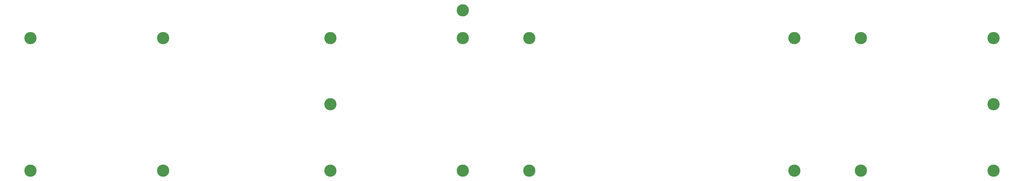
<source format=gbr>
G04 #@! TF.GenerationSoftware,KiCad,Pcbnew,(5.1.2-1)-1*
G04 #@! TF.CreationDate,2020-05-15T21:10:32-05:00*
G04 #@! TF.ProjectId,therick64BASP_bottom_plate,74686572-6963-46b3-9634-424153505f62,rev?*
G04 #@! TF.SameCoordinates,Original*
G04 #@! TF.FileFunction,Copper,L1,Top*
G04 #@! TF.FilePolarity,Positive*
%FSLAX46Y46*%
G04 Gerber Fmt 4.6, Leading zero omitted, Abs format (unit mm)*
G04 Created by KiCad (PCBNEW (5.1.2-1)-1) date 2020-05-15 21:10:32*
%MOMM*%
%LPD*%
G04 APERTURE LIST*
%ADD10C,3.500000*%
G04 APERTURE END LIST*
D10*
X202907300Y-51680000D03*
X354920000Y-97660000D03*
X354920000Y-59660000D03*
X297920000Y-97660000D03*
X297920000Y-59660000D03*
X221920000Y-97660000D03*
X221920000Y-59660000D03*
X164920000Y-59660000D03*
X164920000Y-97660000D03*
X117040000Y-59660000D03*
X117040000Y-97660000D03*
X79040000Y-97660000D03*
X79040000Y-59660000D03*
X354920000Y-78660000D03*
X316920000Y-97660000D03*
X316920000Y-59660000D03*
X202920000Y-97660000D03*
X202920000Y-59675000D03*
X164920000Y-78660000D03*
M02*

</source>
